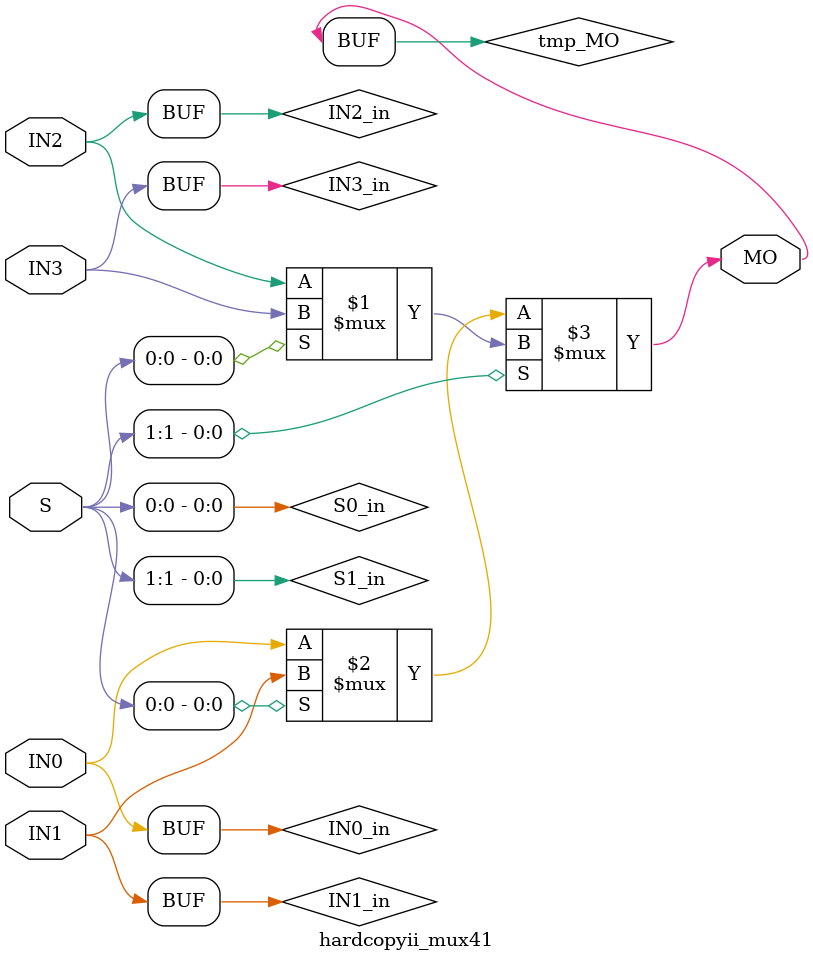
<source format=v>
module hardcopyii_mux41 (MO, IN0, IN1, IN2, IN3, S);
   input IN0;
   input IN1;
   input IN2;
   input IN3;
   input [1:0] S;
   output MO;
   wire IN0_in;
   wire IN1_in;
   wire IN2_in;
   wire IN3_in;
   wire S1_in;
   wire S0_in;
   buf(IN0_in, IN0);
   buf(IN1_in, IN1);
   buf(IN2_in, IN2);
   buf(IN3_in, IN3);
   buf(S1_in, S[1]);
   buf(S0_in, S[0]);
   wire   tmp_MO;
   specify
      (IN0 => MO) = (0, 0);
      (IN1 => MO) = (0, 0);
      (IN2 => MO) = (0, 0);
      (IN3 => MO) = (0, 0);
      (S[1] => MO) = (0, 0);
      (S[0] => MO) = (0, 0);
   endspecify
   assign tmp_MO = S1_in ? (S0_in ? IN3_in : IN2_in) : (S0_in ? IN1_in : IN0_in);
   buf (MO, tmp_MO);
endmodule
</source>
